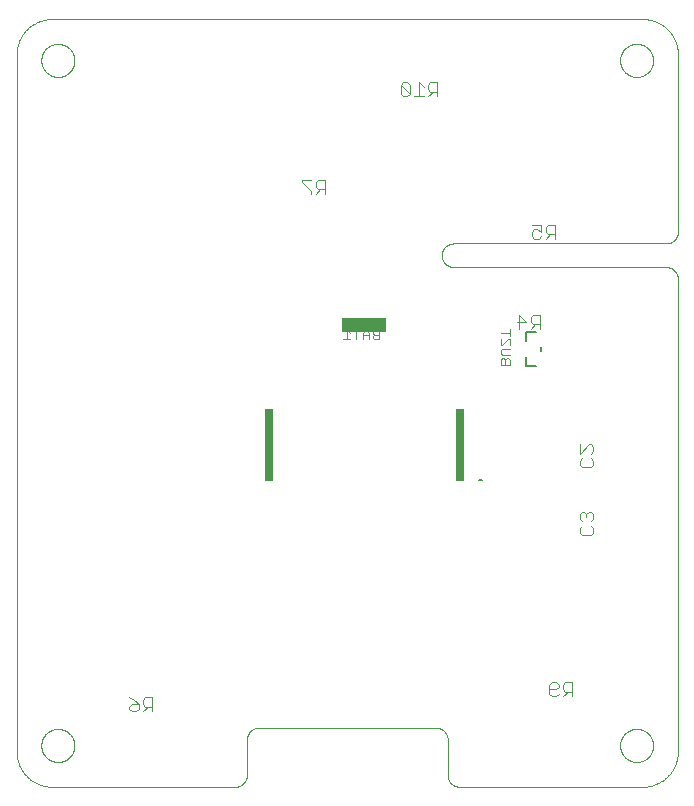
<source format=gbo>
G75*
%MOIN*%
%OFA0B0*%
%FSLAX25Y25*%
%IPPOS*%
%LPD*%
%AMOC8*
5,1,8,0,0,1.08239X$1,22.5*
%
%ADD10C,0.00000*%
%ADD11R,0.03150X0.24000*%
%ADD12R,0.15000X0.05000*%
%ADD13C,0.00500*%
%ADD14C,0.00400*%
D10*
X0037312Y0035098D02*
X0098336Y0035098D01*
X0098460Y0035100D01*
X0098583Y0035106D01*
X0098707Y0035115D01*
X0098829Y0035129D01*
X0098952Y0035146D01*
X0099074Y0035168D01*
X0099195Y0035193D01*
X0099315Y0035222D01*
X0099434Y0035254D01*
X0099553Y0035291D01*
X0099670Y0035331D01*
X0099785Y0035374D01*
X0099900Y0035422D01*
X0100012Y0035473D01*
X0100123Y0035527D01*
X0100233Y0035585D01*
X0100340Y0035646D01*
X0100446Y0035711D01*
X0100549Y0035779D01*
X0100650Y0035850D01*
X0100749Y0035924D01*
X0100846Y0036001D01*
X0100940Y0036082D01*
X0101031Y0036165D01*
X0101120Y0036251D01*
X0101206Y0036340D01*
X0101289Y0036431D01*
X0101370Y0036525D01*
X0101447Y0036622D01*
X0101521Y0036721D01*
X0101592Y0036822D01*
X0101660Y0036925D01*
X0101725Y0037031D01*
X0101786Y0037138D01*
X0101844Y0037248D01*
X0101898Y0037359D01*
X0101949Y0037471D01*
X0101997Y0037586D01*
X0102040Y0037701D01*
X0102080Y0037818D01*
X0102117Y0037937D01*
X0102149Y0038056D01*
X0102178Y0038176D01*
X0102203Y0038297D01*
X0102225Y0038419D01*
X0102242Y0038542D01*
X0102256Y0038664D01*
X0102265Y0038788D01*
X0102271Y0038911D01*
X0102273Y0039035D01*
X0102273Y0050846D01*
X0102275Y0050970D01*
X0102281Y0051093D01*
X0102290Y0051217D01*
X0102304Y0051339D01*
X0102321Y0051462D01*
X0102343Y0051584D01*
X0102368Y0051705D01*
X0102397Y0051825D01*
X0102429Y0051944D01*
X0102466Y0052063D01*
X0102506Y0052180D01*
X0102549Y0052295D01*
X0102597Y0052410D01*
X0102648Y0052522D01*
X0102702Y0052633D01*
X0102760Y0052743D01*
X0102821Y0052850D01*
X0102886Y0052956D01*
X0102954Y0053059D01*
X0103025Y0053160D01*
X0103099Y0053259D01*
X0103176Y0053356D01*
X0103257Y0053450D01*
X0103340Y0053541D01*
X0103426Y0053630D01*
X0103515Y0053716D01*
X0103606Y0053799D01*
X0103700Y0053880D01*
X0103797Y0053957D01*
X0103896Y0054031D01*
X0103997Y0054102D01*
X0104100Y0054170D01*
X0104206Y0054235D01*
X0104313Y0054296D01*
X0104423Y0054354D01*
X0104534Y0054408D01*
X0104646Y0054459D01*
X0104761Y0054507D01*
X0104876Y0054550D01*
X0104993Y0054590D01*
X0105112Y0054627D01*
X0105231Y0054659D01*
X0105351Y0054688D01*
X0105472Y0054713D01*
X0105594Y0054735D01*
X0105717Y0054752D01*
X0105839Y0054766D01*
X0105963Y0054775D01*
X0106086Y0054781D01*
X0106210Y0054783D01*
X0165265Y0054783D01*
X0165389Y0054781D01*
X0165512Y0054775D01*
X0165636Y0054766D01*
X0165758Y0054752D01*
X0165881Y0054735D01*
X0166003Y0054713D01*
X0166124Y0054688D01*
X0166244Y0054659D01*
X0166363Y0054627D01*
X0166482Y0054590D01*
X0166599Y0054550D01*
X0166714Y0054507D01*
X0166829Y0054459D01*
X0166941Y0054408D01*
X0167052Y0054354D01*
X0167162Y0054296D01*
X0167269Y0054235D01*
X0167375Y0054170D01*
X0167478Y0054102D01*
X0167579Y0054031D01*
X0167678Y0053957D01*
X0167775Y0053880D01*
X0167869Y0053799D01*
X0167960Y0053716D01*
X0168049Y0053630D01*
X0168135Y0053541D01*
X0168218Y0053450D01*
X0168299Y0053356D01*
X0168376Y0053259D01*
X0168450Y0053160D01*
X0168521Y0053059D01*
X0168589Y0052956D01*
X0168654Y0052850D01*
X0168715Y0052743D01*
X0168773Y0052633D01*
X0168827Y0052522D01*
X0168878Y0052410D01*
X0168926Y0052295D01*
X0168969Y0052180D01*
X0169009Y0052063D01*
X0169046Y0051944D01*
X0169078Y0051825D01*
X0169107Y0051705D01*
X0169132Y0051584D01*
X0169154Y0051462D01*
X0169171Y0051339D01*
X0169185Y0051217D01*
X0169194Y0051093D01*
X0169200Y0050970D01*
X0169202Y0050846D01*
X0169202Y0039035D01*
X0169204Y0038911D01*
X0169210Y0038788D01*
X0169219Y0038664D01*
X0169233Y0038542D01*
X0169250Y0038419D01*
X0169272Y0038297D01*
X0169297Y0038176D01*
X0169326Y0038056D01*
X0169358Y0037937D01*
X0169395Y0037818D01*
X0169435Y0037701D01*
X0169478Y0037586D01*
X0169526Y0037471D01*
X0169577Y0037359D01*
X0169631Y0037248D01*
X0169689Y0037138D01*
X0169750Y0037031D01*
X0169815Y0036925D01*
X0169883Y0036822D01*
X0169954Y0036721D01*
X0170028Y0036622D01*
X0170105Y0036525D01*
X0170186Y0036431D01*
X0170269Y0036340D01*
X0170355Y0036251D01*
X0170444Y0036165D01*
X0170535Y0036082D01*
X0170629Y0036001D01*
X0170726Y0035924D01*
X0170825Y0035850D01*
X0170926Y0035779D01*
X0171029Y0035711D01*
X0171135Y0035646D01*
X0171242Y0035585D01*
X0171352Y0035527D01*
X0171463Y0035473D01*
X0171575Y0035422D01*
X0171690Y0035374D01*
X0171805Y0035331D01*
X0171922Y0035291D01*
X0172041Y0035254D01*
X0172160Y0035222D01*
X0172280Y0035193D01*
X0172401Y0035168D01*
X0172523Y0035146D01*
X0172646Y0035129D01*
X0172768Y0035115D01*
X0172892Y0035106D01*
X0173015Y0035100D01*
X0173139Y0035098D01*
X0234162Y0035098D01*
X0234447Y0035101D01*
X0234733Y0035112D01*
X0235018Y0035129D01*
X0235302Y0035153D01*
X0235586Y0035184D01*
X0235869Y0035222D01*
X0236150Y0035267D01*
X0236431Y0035318D01*
X0236711Y0035376D01*
X0236989Y0035441D01*
X0237265Y0035513D01*
X0237539Y0035591D01*
X0237812Y0035676D01*
X0238082Y0035768D01*
X0238350Y0035866D01*
X0238616Y0035970D01*
X0238879Y0036081D01*
X0239139Y0036198D01*
X0239397Y0036321D01*
X0239651Y0036451D01*
X0239902Y0036587D01*
X0240150Y0036728D01*
X0240394Y0036876D01*
X0240635Y0037029D01*
X0240871Y0037189D01*
X0241104Y0037354D01*
X0241333Y0037524D01*
X0241558Y0037700D01*
X0241778Y0037882D01*
X0241994Y0038068D01*
X0242205Y0038260D01*
X0242412Y0038457D01*
X0242614Y0038659D01*
X0242811Y0038866D01*
X0243003Y0039077D01*
X0243189Y0039293D01*
X0243371Y0039513D01*
X0243547Y0039738D01*
X0243717Y0039967D01*
X0243882Y0040200D01*
X0244042Y0040436D01*
X0244195Y0040677D01*
X0244343Y0040921D01*
X0244484Y0041169D01*
X0244620Y0041420D01*
X0244750Y0041674D01*
X0244873Y0041932D01*
X0244990Y0042192D01*
X0245101Y0042455D01*
X0245205Y0042721D01*
X0245303Y0042989D01*
X0245395Y0043259D01*
X0245480Y0043532D01*
X0245558Y0043806D01*
X0245630Y0044082D01*
X0245695Y0044360D01*
X0245753Y0044640D01*
X0245804Y0044921D01*
X0245849Y0045202D01*
X0245887Y0045485D01*
X0245918Y0045769D01*
X0245942Y0046053D01*
X0245959Y0046338D01*
X0245970Y0046624D01*
X0245973Y0046909D01*
X0245973Y0204390D01*
X0245971Y0204514D01*
X0245965Y0204637D01*
X0245956Y0204761D01*
X0245942Y0204883D01*
X0245925Y0205006D01*
X0245903Y0205128D01*
X0245878Y0205249D01*
X0245849Y0205369D01*
X0245817Y0205488D01*
X0245780Y0205607D01*
X0245740Y0205724D01*
X0245697Y0205839D01*
X0245649Y0205954D01*
X0245598Y0206066D01*
X0245544Y0206177D01*
X0245486Y0206287D01*
X0245425Y0206394D01*
X0245360Y0206500D01*
X0245292Y0206603D01*
X0245221Y0206704D01*
X0245147Y0206803D01*
X0245070Y0206900D01*
X0244989Y0206994D01*
X0244906Y0207085D01*
X0244820Y0207174D01*
X0244731Y0207260D01*
X0244640Y0207343D01*
X0244546Y0207424D01*
X0244449Y0207501D01*
X0244350Y0207575D01*
X0244249Y0207646D01*
X0244146Y0207714D01*
X0244040Y0207779D01*
X0243933Y0207840D01*
X0243823Y0207898D01*
X0243712Y0207952D01*
X0243600Y0208003D01*
X0243485Y0208051D01*
X0243370Y0208094D01*
X0243253Y0208134D01*
X0243134Y0208171D01*
X0243015Y0208203D01*
X0242895Y0208232D01*
X0242774Y0208257D01*
X0242652Y0208279D01*
X0242529Y0208296D01*
X0242407Y0208310D01*
X0242283Y0208319D01*
X0242160Y0208325D01*
X0242036Y0208327D01*
X0171170Y0208327D01*
X0171046Y0208329D01*
X0170923Y0208335D01*
X0170799Y0208344D01*
X0170677Y0208358D01*
X0170554Y0208375D01*
X0170432Y0208397D01*
X0170311Y0208422D01*
X0170191Y0208451D01*
X0170072Y0208483D01*
X0169953Y0208520D01*
X0169836Y0208560D01*
X0169721Y0208603D01*
X0169606Y0208651D01*
X0169494Y0208702D01*
X0169383Y0208756D01*
X0169273Y0208814D01*
X0169166Y0208875D01*
X0169060Y0208940D01*
X0168957Y0209008D01*
X0168856Y0209079D01*
X0168757Y0209153D01*
X0168660Y0209230D01*
X0168566Y0209311D01*
X0168475Y0209394D01*
X0168386Y0209480D01*
X0168300Y0209569D01*
X0168217Y0209660D01*
X0168136Y0209754D01*
X0168059Y0209851D01*
X0167985Y0209950D01*
X0167914Y0210051D01*
X0167846Y0210154D01*
X0167781Y0210260D01*
X0167720Y0210367D01*
X0167662Y0210477D01*
X0167608Y0210588D01*
X0167557Y0210700D01*
X0167509Y0210815D01*
X0167466Y0210930D01*
X0167426Y0211047D01*
X0167389Y0211166D01*
X0167357Y0211285D01*
X0167328Y0211405D01*
X0167303Y0211526D01*
X0167281Y0211648D01*
X0167264Y0211771D01*
X0167250Y0211893D01*
X0167241Y0212017D01*
X0167235Y0212140D01*
X0167233Y0212264D01*
X0167235Y0212388D01*
X0167241Y0212511D01*
X0167250Y0212635D01*
X0167264Y0212757D01*
X0167281Y0212880D01*
X0167303Y0213002D01*
X0167328Y0213123D01*
X0167357Y0213243D01*
X0167389Y0213362D01*
X0167426Y0213481D01*
X0167466Y0213598D01*
X0167509Y0213713D01*
X0167557Y0213828D01*
X0167608Y0213940D01*
X0167662Y0214051D01*
X0167720Y0214161D01*
X0167781Y0214268D01*
X0167846Y0214374D01*
X0167914Y0214477D01*
X0167985Y0214578D01*
X0168059Y0214677D01*
X0168136Y0214774D01*
X0168217Y0214868D01*
X0168300Y0214959D01*
X0168386Y0215048D01*
X0168475Y0215134D01*
X0168566Y0215217D01*
X0168660Y0215298D01*
X0168757Y0215375D01*
X0168856Y0215449D01*
X0168957Y0215520D01*
X0169060Y0215588D01*
X0169166Y0215653D01*
X0169273Y0215714D01*
X0169383Y0215772D01*
X0169494Y0215826D01*
X0169606Y0215877D01*
X0169721Y0215925D01*
X0169836Y0215968D01*
X0169953Y0216008D01*
X0170072Y0216045D01*
X0170191Y0216077D01*
X0170311Y0216106D01*
X0170432Y0216131D01*
X0170554Y0216153D01*
X0170677Y0216170D01*
X0170799Y0216184D01*
X0170923Y0216193D01*
X0171046Y0216199D01*
X0171170Y0216201D01*
X0242036Y0216201D01*
X0242160Y0216203D01*
X0242283Y0216209D01*
X0242407Y0216218D01*
X0242529Y0216232D01*
X0242652Y0216249D01*
X0242774Y0216271D01*
X0242895Y0216296D01*
X0243015Y0216325D01*
X0243134Y0216357D01*
X0243253Y0216394D01*
X0243370Y0216434D01*
X0243485Y0216477D01*
X0243600Y0216525D01*
X0243712Y0216576D01*
X0243823Y0216630D01*
X0243933Y0216688D01*
X0244040Y0216749D01*
X0244146Y0216814D01*
X0244249Y0216882D01*
X0244350Y0216953D01*
X0244449Y0217027D01*
X0244546Y0217104D01*
X0244640Y0217185D01*
X0244731Y0217268D01*
X0244820Y0217354D01*
X0244906Y0217443D01*
X0244989Y0217534D01*
X0245070Y0217628D01*
X0245147Y0217725D01*
X0245221Y0217824D01*
X0245292Y0217925D01*
X0245360Y0218028D01*
X0245425Y0218134D01*
X0245486Y0218241D01*
X0245544Y0218351D01*
X0245598Y0218462D01*
X0245649Y0218574D01*
X0245697Y0218689D01*
X0245740Y0218804D01*
X0245780Y0218921D01*
X0245817Y0219040D01*
X0245849Y0219159D01*
X0245878Y0219279D01*
X0245903Y0219400D01*
X0245925Y0219522D01*
X0245942Y0219645D01*
X0245956Y0219767D01*
X0245965Y0219891D01*
X0245971Y0220014D01*
X0245973Y0220138D01*
X0245973Y0279193D01*
X0245970Y0279478D01*
X0245959Y0279764D01*
X0245942Y0280049D01*
X0245918Y0280333D01*
X0245887Y0280617D01*
X0245849Y0280900D01*
X0245804Y0281181D01*
X0245753Y0281462D01*
X0245695Y0281742D01*
X0245630Y0282020D01*
X0245558Y0282296D01*
X0245480Y0282570D01*
X0245395Y0282843D01*
X0245303Y0283113D01*
X0245205Y0283381D01*
X0245101Y0283647D01*
X0244990Y0283910D01*
X0244873Y0284170D01*
X0244750Y0284428D01*
X0244620Y0284682D01*
X0244484Y0284933D01*
X0244343Y0285181D01*
X0244195Y0285425D01*
X0244042Y0285666D01*
X0243882Y0285902D01*
X0243717Y0286135D01*
X0243547Y0286364D01*
X0243371Y0286589D01*
X0243189Y0286809D01*
X0243003Y0287025D01*
X0242811Y0287236D01*
X0242614Y0287443D01*
X0242412Y0287645D01*
X0242205Y0287842D01*
X0241994Y0288034D01*
X0241778Y0288220D01*
X0241558Y0288402D01*
X0241333Y0288578D01*
X0241104Y0288748D01*
X0240871Y0288913D01*
X0240635Y0289073D01*
X0240394Y0289226D01*
X0240150Y0289374D01*
X0239902Y0289515D01*
X0239651Y0289651D01*
X0239397Y0289781D01*
X0239139Y0289904D01*
X0238879Y0290021D01*
X0238616Y0290132D01*
X0238350Y0290236D01*
X0238082Y0290334D01*
X0237812Y0290426D01*
X0237539Y0290511D01*
X0237265Y0290589D01*
X0236989Y0290661D01*
X0236711Y0290726D01*
X0236431Y0290784D01*
X0236150Y0290835D01*
X0235869Y0290880D01*
X0235586Y0290918D01*
X0235302Y0290949D01*
X0235018Y0290973D01*
X0234733Y0290990D01*
X0234447Y0291001D01*
X0234162Y0291004D01*
X0037312Y0291004D01*
X0037027Y0291001D01*
X0036741Y0290990D01*
X0036456Y0290973D01*
X0036172Y0290949D01*
X0035888Y0290918D01*
X0035605Y0290880D01*
X0035324Y0290835D01*
X0035043Y0290784D01*
X0034763Y0290726D01*
X0034485Y0290661D01*
X0034209Y0290589D01*
X0033935Y0290511D01*
X0033662Y0290426D01*
X0033392Y0290334D01*
X0033124Y0290236D01*
X0032858Y0290132D01*
X0032595Y0290021D01*
X0032335Y0289904D01*
X0032077Y0289781D01*
X0031823Y0289651D01*
X0031572Y0289515D01*
X0031324Y0289374D01*
X0031080Y0289226D01*
X0030839Y0289073D01*
X0030603Y0288913D01*
X0030370Y0288748D01*
X0030141Y0288578D01*
X0029916Y0288402D01*
X0029696Y0288220D01*
X0029480Y0288034D01*
X0029269Y0287842D01*
X0029062Y0287645D01*
X0028860Y0287443D01*
X0028663Y0287236D01*
X0028471Y0287025D01*
X0028285Y0286809D01*
X0028103Y0286589D01*
X0027927Y0286364D01*
X0027757Y0286135D01*
X0027592Y0285902D01*
X0027432Y0285666D01*
X0027279Y0285425D01*
X0027131Y0285181D01*
X0026990Y0284933D01*
X0026854Y0284682D01*
X0026724Y0284428D01*
X0026601Y0284170D01*
X0026484Y0283910D01*
X0026373Y0283647D01*
X0026269Y0283381D01*
X0026171Y0283113D01*
X0026079Y0282843D01*
X0025994Y0282570D01*
X0025916Y0282296D01*
X0025844Y0282020D01*
X0025779Y0281742D01*
X0025721Y0281462D01*
X0025670Y0281181D01*
X0025625Y0280900D01*
X0025587Y0280617D01*
X0025556Y0280333D01*
X0025532Y0280049D01*
X0025515Y0279764D01*
X0025504Y0279478D01*
X0025501Y0279193D01*
X0025501Y0046909D01*
X0025504Y0046624D01*
X0025515Y0046338D01*
X0025532Y0046053D01*
X0025556Y0045769D01*
X0025587Y0045485D01*
X0025625Y0045202D01*
X0025670Y0044921D01*
X0025721Y0044640D01*
X0025779Y0044360D01*
X0025844Y0044082D01*
X0025916Y0043806D01*
X0025994Y0043532D01*
X0026079Y0043259D01*
X0026171Y0042989D01*
X0026269Y0042721D01*
X0026373Y0042455D01*
X0026484Y0042192D01*
X0026601Y0041932D01*
X0026724Y0041674D01*
X0026854Y0041420D01*
X0026990Y0041169D01*
X0027131Y0040921D01*
X0027279Y0040677D01*
X0027432Y0040436D01*
X0027592Y0040200D01*
X0027757Y0039967D01*
X0027927Y0039738D01*
X0028103Y0039513D01*
X0028285Y0039293D01*
X0028471Y0039077D01*
X0028663Y0038866D01*
X0028860Y0038659D01*
X0029062Y0038457D01*
X0029269Y0038260D01*
X0029480Y0038068D01*
X0029696Y0037882D01*
X0029916Y0037700D01*
X0030141Y0037524D01*
X0030370Y0037354D01*
X0030603Y0037189D01*
X0030839Y0037029D01*
X0031080Y0036876D01*
X0031324Y0036728D01*
X0031572Y0036587D01*
X0031823Y0036451D01*
X0032077Y0036321D01*
X0032335Y0036198D01*
X0032595Y0036081D01*
X0032858Y0035970D01*
X0033124Y0035866D01*
X0033392Y0035768D01*
X0033662Y0035676D01*
X0033935Y0035591D01*
X0034209Y0035513D01*
X0034485Y0035441D01*
X0034763Y0035376D01*
X0035043Y0035318D01*
X0035324Y0035267D01*
X0035605Y0035222D01*
X0035888Y0035184D01*
X0036172Y0035153D01*
X0036456Y0035129D01*
X0036741Y0035112D01*
X0037027Y0035101D01*
X0037312Y0035098D01*
X0033765Y0048883D02*
X0033767Y0049031D01*
X0033773Y0049179D01*
X0033783Y0049327D01*
X0033797Y0049474D01*
X0033815Y0049621D01*
X0033836Y0049767D01*
X0033862Y0049913D01*
X0033892Y0050058D01*
X0033925Y0050202D01*
X0033963Y0050345D01*
X0034004Y0050487D01*
X0034049Y0050628D01*
X0034097Y0050768D01*
X0034150Y0050907D01*
X0034206Y0051044D01*
X0034266Y0051179D01*
X0034329Y0051313D01*
X0034396Y0051445D01*
X0034467Y0051575D01*
X0034541Y0051703D01*
X0034618Y0051829D01*
X0034699Y0051953D01*
X0034783Y0052075D01*
X0034870Y0052194D01*
X0034961Y0052311D01*
X0035055Y0052426D01*
X0035151Y0052538D01*
X0035251Y0052648D01*
X0035353Y0052754D01*
X0035459Y0052858D01*
X0035567Y0052959D01*
X0035678Y0053057D01*
X0035791Y0053153D01*
X0035907Y0053245D01*
X0036025Y0053334D01*
X0036146Y0053419D01*
X0036269Y0053502D01*
X0036394Y0053581D01*
X0036521Y0053657D01*
X0036650Y0053729D01*
X0036781Y0053798D01*
X0036914Y0053863D01*
X0037049Y0053924D01*
X0037185Y0053982D01*
X0037322Y0054037D01*
X0037461Y0054087D01*
X0037602Y0054134D01*
X0037743Y0054177D01*
X0037886Y0054217D01*
X0038030Y0054252D01*
X0038174Y0054284D01*
X0038320Y0054311D01*
X0038466Y0054335D01*
X0038613Y0054355D01*
X0038760Y0054371D01*
X0038907Y0054383D01*
X0039055Y0054391D01*
X0039203Y0054395D01*
X0039351Y0054395D01*
X0039499Y0054391D01*
X0039647Y0054383D01*
X0039794Y0054371D01*
X0039941Y0054355D01*
X0040088Y0054335D01*
X0040234Y0054311D01*
X0040380Y0054284D01*
X0040524Y0054252D01*
X0040668Y0054217D01*
X0040811Y0054177D01*
X0040952Y0054134D01*
X0041093Y0054087D01*
X0041232Y0054037D01*
X0041369Y0053982D01*
X0041505Y0053924D01*
X0041640Y0053863D01*
X0041773Y0053798D01*
X0041904Y0053729D01*
X0042033Y0053657D01*
X0042160Y0053581D01*
X0042285Y0053502D01*
X0042408Y0053419D01*
X0042529Y0053334D01*
X0042647Y0053245D01*
X0042763Y0053153D01*
X0042876Y0053057D01*
X0042987Y0052959D01*
X0043095Y0052858D01*
X0043201Y0052754D01*
X0043303Y0052648D01*
X0043403Y0052538D01*
X0043499Y0052426D01*
X0043593Y0052311D01*
X0043684Y0052194D01*
X0043771Y0052075D01*
X0043855Y0051953D01*
X0043936Y0051829D01*
X0044013Y0051703D01*
X0044087Y0051575D01*
X0044158Y0051445D01*
X0044225Y0051313D01*
X0044288Y0051179D01*
X0044348Y0051044D01*
X0044404Y0050907D01*
X0044457Y0050768D01*
X0044505Y0050628D01*
X0044550Y0050487D01*
X0044591Y0050345D01*
X0044629Y0050202D01*
X0044662Y0050058D01*
X0044692Y0049913D01*
X0044718Y0049767D01*
X0044739Y0049621D01*
X0044757Y0049474D01*
X0044771Y0049327D01*
X0044781Y0049179D01*
X0044787Y0049031D01*
X0044789Y0048883D01*
X0044787Y0048735D01*
X0044781Y0048587D01*
X0044771Y0048439D01*
X0044757Y0048292D01*
X0044739Y0048145D01*
X0044718Y0047999D01*
X0044692Y0047853D01*
X0044662Y0047708D01*
X0044629Y0047564D01*
X0044591Y0047421D01*
X0044550Y0047279D01*
X0044505Y0047138D01*
X0044457Y0046998D01*
X0044404Y0046859D01*
X0044348Y0046722D01*
X0044288Y0046587D01*
X0044225Y0046453D01*
X0044158Y0046321D01*
X0044087Y0046191D01*
X0044013Y0046063D01*
X0043936Y0045937D01*
X0043855Y0045813D01*
X0043771Y0045691D01*
X0043684Y0045572D01*
X0043593Y0045455D01*
X0043499Y0045340D01*
X0043403Y0045228D01*
X0043303Y0045118D01*
X0043201Y0045012D01*
X0043095Y0044908D01*
X0042987Y0044807D01*
X0042876Y0044709D01*
X0042763Y0044613D01*
X0042647Y0044521D01*
X0042529Y0044432D01*
X0042408Y0044347D01*
X0042285Y0044264D01*
X0042160Y0044185D01*
X0042033Y0044109D01*
X0041904Y0044037D01*
X0041773Y0043968D01*
X0041640Y0043903D01*
X0041505Y0043842D01*
X0041369Y0043784D01*
X0041232Y0043729D01*
X0041093Y0043679D01*
X0040952Y0043632D01*
X0040811Y0043589D01*
X0040668Y0043549D01*
X0040524Y0043514D01*
X0040380Y0043482D01*
X0040234Y0043455D01*
X0040088Y0043431D01*
X0039941Y0043411D01*
X0039794Y0043395D01*
X0039647Y0043383D01*
X0039499Y0043375D01*
X0039351Y0043371D01*
X0039203Y0043371D01*
X0039055Y0043375D01*
X0038907Y0043383D01*
X0038760Y0043395D01*
X0038613Y0043411D01*
X0038466Y0043431D01*
X0038320Y0043455D01*
X0038174Y0043482D01*
X0038030Y0043514D01*
X0037886Y0043549D01*
X0037743Y0043589D01*
X0037602Y0043632D01*
X0037461Y0043679D01*
X0037322Y0043729D01*
X0037185Y0043784D01*
X0037049Y0043842D01*
X0036914Y0043903D01*
X0036781Y0043968D01*
X0036650Y0044037D01*
X0036521Y0044109D01*
X0036394Y0044185D01*
X0036269Y0044264D01*
X0036146Y0044347D01*
X0036025Y0044432D01*
X0035907Y0044521D01*
X0035791Y0044613D01*
X0035678Y0044709D01*
X0035567Y0044807D01*
X0035459Y0044908D01*
X0035353Y0045012D01*
X0035251Y0045118D01*
X0035151Y0045228D01*
X0035055Y0045340D01*
X0034961Y0045455D01*
X0034870Y0045572D01*
X0034783Y0045691D01*
X0034699Y0045813D01*
X0034618Y0045937D01*
X0034541Y0046063D01*
X0034467Y0046191D01*
X0034396Y0046321D01*
X0034329Y0046453D01*
X0034266Y0046587D01*
X0034206Y0046722D01*
X0034150Y0046859D01*
X0034097Y0046998D01*
X0034049Y0047138D01*
X0034004Y0047279D01*
X0033963Y0047421D01*
X0033925Y0047564D01*
X0033892Y0047708D01*
X0033862Y0047853D01*
X0033836Y0047999D01*
X0033815Y0048145D01*
X0033797Y0048292D01*
X0033783Y0048439D01*
X0033773Y0048587D01*
X0033767Y0048735D01*
X0033765Y0048883D01*
X0226679Y0048883D02*
X0226681Y0049031D01*
X0226687Y0049179D01*
X0226697Y0049327D01*
X0226711Y0049474D01*
X0226729Y0049621D01*
X0226750Y0049767D01*
X0226776Y0049913D01*
X0226806Y0050058D01*
X0226839Y0050202D01*
X0226877Y0050345D01*
X0226918Y0050487D01*
X0226963Y0050628D01*
X0227011Y0050768D01*
X0227064Y0050907D01*
X0227120Y0051044D01*
X0227180Y0051179D01*
X0227243Y0051313D01*
X0227310Y0051445D01*
X0227381Y0051575D01*
X0227455Y0051703D01*
X0227532Y0051829D01*
X0227613Y0051953D01*
X0227697Y0052075D01*
X0227784Y0052194D01*
X0227875Y0052311D01*
X0227969Y0052426D01*
X0228065Y0052538D01*
X0228165Y0052648D01*
X0228267Y0052754D01*
X0228373Y0052858D01*
X0228481Y0052959D01*
X0228592Y0053057D01*
X0228705Y0053153D01*
X0228821Y0053245D01*
X0228939Y0053334D01*
X0229060Y0053419D01*
X0229183Y0053502D01*
X0229308Y0053581D01*
X0229435Y0053657D01*
X0229564Y0053729D01*
X0229695Y0053798D01*
X0229828Y0053863D01*
X0229963Y0053924D01*
X0230099Y0053982D01*
X0230236Y0054037D01*
X0230375Y0054087D01*
X0230516Y0054134D01*
X0230657Y0054177D01*
X0230800Y0054217D01*
X0230944Y0054252D01*
X0231088Y0054284D01*
X0231234Y0054311D01*
X0231380Y0054335D01*
X0231527Y0054355D01*
X0231674Y0054371D01*
X0231821Y0054383D01*
X0231969Y0054391D01*
X0232117Y0054395D01*
X0232265Y0054395D01*
X0232413Y0054391D01*
X0232561Y0054383D01*
X0232708Y0054371D01*
X0232855Y0054355D01*
X0233002Y0054335D01*
X0233148Y0054311D01*
X0233294Y0054284D01*
X0233438Y0054252D01*
X0233582Y0054217D01*
X0233725Y0054177D01*
X0233866Y0054134D01*
X0234007Y0054087D01*
X0234146Y0054037D01*
X0234283Y0053982D01*
X0234419Y0053924D01*
X0234554Y0053863D01*
X0234687Y0053798D01*
X0234818Y0053729D01*
X0234947Y0053657D01*
X0235074Y0053581D01*
X0235199Y0053502D01*
X0235322Y0053419D01*
X0235443Y0053334D01*
X0235561Y0053245D01*
X0235677Y0053153D01*
X0235790Y0053057D01*
X0235901Y0052959D01*
X0236009Y0052858D01*
X0236115Y0052754D01*
X0236217Y0052648D01*
X0236317Y0052538D01*
X0236413Y0052426D01*
X0236507Y0052311D01*
X0236598Y0052194D01*
X0236685Y0052075D01*
X0236769Y0051953D01*
X0236850Y0051829D01*
X0236927Y0051703D01*
X0237001Y0051575D01*
X0237072Y0051445D01*
X0237139Y0051313D01*
X0237202Y0051179D01*
X0237262Y0051044D01*
X0237318Y0050907D01*
X0237371Y0050768D01*
X0237419Y0050628D01*
X0237464Y0050487D01*
X0237505Y0050345D01*
X0237543Y0050202D01*
X0237576Y0050058D01*
X0237606Y0049913D01*
X0237632Y0049767D01*
X0237653Y0049621D01*
X0237671Y0049474D01*
X0237685Y0049327D01*
X0237695Y0049179D01*
X0237701Y0049031D01*
X0237703Y0048883D01*
X0237701Y0048735D01*
X0237695Y0048587D01*
X0237685Y0048439D01*
X0237671Y0048292D01*
X0237653Y0048145D01*
X0237632Y0047999D01*
X0237606Y0047853D01*
X0237576Y0047708D01*
X0237543Y0047564D01*
X0237505Y0047421D01*
X0237464Y0047279D01*
X0237419Y0047138D01*
X0237371Y0046998D01*
X0237318Y0046859D01*
X0237262Y0046722D01*
X0237202Y0046587D01*
X0237139Y0046453D01*
X0237072Y0046321D01*
X0237001Y0046191D01*
X0236927Y0046063D01*
X0236850Y0045937D01*
X0236769Y0045813D01*
X0236685Y0045691D01*
X0236598Y0045572D01*
X0236507Y0045455D01*
X0236413Y0045340D01*
X0236317Y0045228D01*
X0236217Y0045118D01*
X0236115Y0045012D01*
X0236009Y0044908D01*
X0235901Y0044807D01*
X0235790Y0044709D01*
X0235677Y0044613D01*
X0235561Y0044521D01*
X0235443Y0044432D01*
X0235322Y0044347D01*
X0235199Y0044264D01*
X0235074Y0044185D01*
X0234947Y0044109D01*
X0234818Y0044037D01*
X0234687Y0043968D01*
X0234554Y0043903D01*
X0234419Y0043842D01*
X0234283Y0043784D01*
X0234146Y0043729D01*
X0234007Y0043679D01*
X0233866Y0043632D01*
X0233725Y0043589D01*
X0233582Y0043549D01*
X0233438Y0043514D01*
X0233294Y0043482D01*
X0233148Y0043455D01*
X0233002Y0043431D01*
X0232855Y0043411D01*
X0232708Y0043395D01*
X0232561Y0043383D01*
X0232413Y0043375D01*
X0232265Y0043371D01*
X0232117Y0043371D01*
X0231969Y0043375D01*
X0231821Y0043383D01*
X0231674Y0043395D01*
X0231527Y0043411D01*
X0231380Y0043431D01*
X0231234Y0043455D01*
X0231088Y0043482D01*
X0230944Y0043514D01*
X0230800Y0043549D01*
X0230657Y0043589D01*
X0230516Y0043632D01*
X0230375Y0043679D01*
X0230236Y0043729D01*
X0230099Y0043784D01*
X0229963Y0043842D01*
X0229828Y0043903D01*
X0229695Y0043968D01*
X0229564Y0044037D01*
X0229435Y0044109D01*
X0229308Y0044185D01*
X0229183Y0044264D01*
X0229060Y0044347D01*
X0228939Y0044432D01*
X0228821Y0044521D01*
X0228705Y0044613D01*
X0228592Y0044709D01*
X0228481Y0044807D01*
X0228373Y0044908D01*
X0228267Y0045012D01*
X0228165Y0045118D01*
X0228065Y0045228D01*
X0227969Y0045340D01*
X0227875Y0045455D01*
X0227784Y0045572D01*
X0227697Y0045691D01*
X0227613Y0045813D01*
X0227532Y0045937D01*
X0227455Y0046063D01*
X0227381Y0046191D01*
X0227310Y0046321D01*
X0227243Y0046453D01*
X0227180Y0046587D01*
X0227120Y0046722D01*
X0227064Y0046859D01*
X0227011Y0046998D01*
X0226963Y0047138D01*
X0226918Y0047279D01*
X0226877Y0047421D01*
X0226839Y0047564D01*
X0226806Y0047708D01*
X0226776Y0047853D01*
X0226750Y0047999D01*
X0226729Y0048145D01*
X0226711Y0048292D01*
X0226697Y0048439D01*
X0226687Y0048587D01*
X0226681Y0048735D01*
X0226679Y0048883D01*
X0226679Y0277230D02*
X0226681Y0277378D01*
X0226687Y0277526D01*
X0226697Y0277674D01*
X0226711Y0277821D01*
X0226729Y0277968D01*
X0226750Y0278114D01*
X0226776Y0278260D01*
X0226806Y0278405D01*
X0226839Y0278549D01*
X0226877Y0278692D01*
X0226918Y0278834D01*
X0226963Y0278975D01*
X0227011Y0279115D01*
X0227064Y0279254D01*
X0227120Y0279391D01*
X0227180Y0279526D01*
X0227243Y0279660D01*
X0227310Y0279792D01*
X0227381Y0279922D01*
X0227455Y0280050D01*
X0227532Y0280176D01*
X0227613Y0280300D01*
X0227697Y0280422D01*
X0227784Y0280541D01*
X0227875Y0280658D01*
X0227969Y0280773D01*
X0228065Y0280885D01*
X0228165Y0280995D01*
X0228267Y0281101D01*
X0228373Y0281205D01*
X0228481Y0281306D01*
X0228592Y0281404D01*
X0228705Y0281500D01*
X0228821Y0281592D01*
X0228939Y0281681D01*
X0229060Y0281766D01*
X0229183Y0281849D01*
X0229308Y0281928D01*
X0229435Y0282004D01*
X0229564Y0282076D01*
X0229695Y0282145D01*
X0229828Y0282210D01*
X0229963Y0282271D01*
X0230099Y0282329D01*
X0230236Y0282384D01*
X0230375Y0282434D01*
X0230516Y0282481D01*
X0230657Y0282524D01*
X0230800Y0282564D01*
X0230944Y0282599D01*
X0231088Y0282631D01*
X0231234Y0282658D01*
X0231380Y0282682D01*
X0231527Y0282702D01*
X0231674Y0282718D01*
X0231821Y0282730D01*
X0231969Y0282738D01*
X0232117Y0282742D01*
X0232265Y0282742D01*
X0232413Y0282738D01*
X0232561Y0282730D01*
X0232708Y0282718D01*
X0232855Y0282702D01*
X0233002Y0282682D01*
X0233148Y0282658D01*
X0233294Y0282631D01*
X0233438Y0282599D01*
X0233582Y0282564D01*
X0233725Y0282524D01*
X0233866Y0282481D01*
X0234007Y0282434D01*
X0234146Y0282384D01*
X0234283Y0282329D01*
X0234419Y0282271D01*
X0234554Y0282210D01*
X0234687Y0282145D01*
X0234818Y0282076D01*
X0234947Y0282004D01*
X0235074Y0281928D01*
X0235199Y0281849D01*
X0235322Y0281766D01*
X0235443Y0281681D01*
X0235561Y0281592D01*
X0235677Y0281500D01*
X0235790Y0281404D01*
X0235901Y0281306D01*
X0236009Y0281205D01*
X0236115Y0281101D01*
X0236217Y0280995D01*
X0236317Y0280885D01*
X0236413Y0280773D01*
X0236507Y0280658D01*
X0236598Y0280541D01*
X0236685Y0280422D01*
X0236769Y0280300D01*
X0236850Y0280176D01*
X0236927Y0280050D01*
X0237001Y0279922D01*
X0237072Y0279792D01*
X0237139Y0279660D01*
X0237202Y0279526D01*
X0237262Y0279391D01*
X0237318Y0279254D01*
X0237371Y0279115D01*
X0237419Y0278975D01*
X0237464Y0278834D01*
X0237505Y0278692D01*
X0237543Y0278549D01*
X0237576Y0278405D01*
X0237606Y0278260D01*
X0237632Y0278114D01*
X0237653Y0277968D01*
X0237671Y0277821D01*
X0237685Y0277674D01*
X0237695Y0277526D01*
X0237701Y0277378D01*
X0237703Y0277230D01*
X0237701Y0277082D01*
X0237695Y0276934D01*
X0237685Y0276786D01*
X0237671Y0276639D01*
X0237653Y0276492D01*
X0237632Y0276346D01*
X0237606Y0276200D01*
X0237576Y0276055D01*
X0237543Y0275911D01*
X0237505Y0275768D01*
X0237464Y0275626D01*
X0237419Y0275485D01*
X0237371Y0275345D01*
X0237318Y0275206D01*
X0237262Y0275069D01*
X0237202Y0274934D01*
X0237139Y0274800D01*
X0237072Y0274668D01*
X0237001Y0274538D01*
X0236927Y0274410D01*
X0236850Y0274284D01*
X0236769Y0274160D01*
X0236685Y0274038D01*
X0236598Y0273919D01*
X0236507Y0273802D01*
X0236413Y0273687D01*
X0236317Y0273575D01*
X0236217Y0273465D01*
X0236115Y0273359D01*
X0236009Y0273255D01*
X0235901Y0273154D01*
X0235790Y0273056D01*
X0235677Y0272960D01*
X0235561Y0272868D01*
X0235443Y0272779D01*
X0235322Y0272694D01*
X0235199Y0272611D01*
X0235074Y0272532D01*
X0234947Y0272456D01*
X0234818Y0272384D01*
X0234687Y0272315D01*
X0234554Y0272250D01*
X0234419Y0272189D01*
X0234283Y0272131D01*
X0234146Y0272076D01*
X0234007Y0272026D01*
X0233866Y0271979D01*
X0233725Y0271936D01*
X0233582Y0271896D01*
X0233438Y0271861D01*
X0233294Y0271829D01*
X0233148Y0271802D01*
X0233002Y0271778D01*
X0232855Y0271758D01*
X0232708Y0271742D01*
X0232561Y0271730D01*
X0232413Y0271722D01*
X0232265Y0271718D01*
X0232117Y0271718D01*
X0231969Y0271722D01*
X0231821Y0271730D01*
X0231674Y0271742D01*
X0231527Y0271758D01*
X0231380Y0271778D01*
X0231234Y0271802D01*
X0231088Y0271829D01*
X0230944Y0271861D01*
X0230800Y0271896D01*
X0230657Y0271936D01*
X0230516Y0271979D01*
X0230375Y0272026D01*
X0230236Y0272076D01*
X0230099Y0272131D01*
X0229963Y0272189D01*
X0229828Y0272250D01*
X0229695Y0272315D01*
X0229564Y0272384D01*
X0229435Y0272456D01*
X0229308Y0272532D01*
X0229183Y0272611D01*
X0229060Y0272694D01*
X0228939Y0272779D01*
X0228821Y0272868D01*
X0228705Y0272960D01*
X0228592Y0273056D01*
X0228481Y0273154D01*
X0228373Y0273255D01*
X0228267Y0273359D01*
X0228165Y0273465D01*
X0228065Y0273575D01*
X0227969Y0273687D01*
X0227875Y0273802D01*
X0227784Y0273919D01*
X0227697Y0274038D01*
X0227613Y0274160D01*
X0227532Y0274284D01*
X0227455Y0274410D01*
X0227381Y0274538D01*
X0227310Y0274668D01*
X0227243Y0274800D01*
X0227180Y0274934D01*
X0227120Y0275069D01*
X0227064Y0275206D01*
X0227011Y0275345D01*
X0226963Y0275485D01*
X0226918Y0275626D01*
X0226877Y0275768D01*
X0226839Y0275911D01*
X0226806Y0276055D01*
X0226776Y0276200D01*
X0226750Y0276346D01*
X0226729Y0276492D01*
X0226711Y0276639D01*
X0226697Y0276786D01*
X0226687Y0276934D01*
X0226681Y0277082D01*
X0226679Y0277230D01*
X0033765Y0277230D02*
X0033767Y0277378D01*
X0033773Y0277526D01*
X0033783Y0277674D01*
X0033797Y0277821D01*
X0033815Y0277968D01*
X0033836Y0278114D01*
X0033862Y0278260D01*
X0033892Y0278405D01*
X0033925Y0278549D01*
X0033963Y0278692D01*
X0034004Y0278834D01*
X0034049Y0278975D01*
X0034097Y0279115D01*
X0034150Y0279254D01*
X0034206Y0279391D01*
X0034266Y0279526D01*
X0034329Y0279660D01*
X0034396Y0279792D01*
X0034467Y0279922D01*
X0034541Y0280050D01*
X0034618Y0280176D01*
X0034699Y0280300D01*
X0034783Y0280422D01*
X0034870Y0280541D01*
X0034961Y0280658D01*
X0035055Y0280773D01*
X0035151Y0280885D01*
X0035251Y0280995D01*
X0035353Y0281101D01*
X0035459Y0281205D01*
X0035567Y0281306D01*
X0035678Y0281404D01*
X0035791Y0281500D01*
X0035907Y0281592D01*
X0036025Y0281681D01*
X0036146Y0281766D01*
X0036269Y0281849D01*
X0036394Y0281928D01*
X0036521Y0282004D01*
X0036650Y0282076D01*
X0036781Y0282145D01*
X0036914Y0282210D01*
X0037049Y0282271D01*
X0037185Y0282329D01*
X0037322Y0282384D01*
X0037461Y0282434D01*
X0037602Y0282481D01*
X0037743Y0282524D01*
X0037886Y0282564D01*
X0038030Y0282599D01*
X0038174Y0282631D01*
X0038320Y0282658D01*
X0038466Y0282682D01*
X0038613Y0282702D01*
X0038760Y0282718D01*
X0038907Y0282730D01*
X0039055Y0282738D01*
X0039203Y0282742D01*
X0039351Y0282742D01*
X0039499Y0282738D01*
X0039647Y0282730D01*
X0039794Y0282718D01*
X0039941Y0282702D01*
X0040088Y0282682D01*
X0040234Y0282658D01*
X0040380Y0282631D01*
X0040524Y0282599D01*
X0040668Y0282564D01*
X0040811Y0282524D01*
X0040952Y0282481D01*
X0041093Y0282434D01*
X0041232Y0282384D01*
X0041369Y0282329D01*
X0041505Y0282271D01*
X0041640Y0282210D01*
X0041773Y0282145D01*
X0041904Y0282076D01*
X0042033Y0282004D01*
X0042160Y0281928D01*
X0042285Y0281849D01*
X0042408Y0281766D01*
X0042529Y0281681D01*
X0042647Y0281592D01*
X0042763Y0281500D01*
X0042876Y0281404D01*
X0042987Y0281306D01*
X0043095Y0281205D01*
X0043201Y0281101D01*
X0043303Y0280995D01*
X0043403Y0280885D01*
X0043499Y0280773D01*
X0043593Y0280658D01*
X0043684Y0280541D01*
X0043771Y0280422D01*
X0043855Y0280300D01*
X0043936Y0280176D01*
X0044013Y0280050D01*
X0044087Y0279922D01*
X0044158Y0279792D01*
X0044225Y0279660D01*
X0044288Y0279526D01*
X0044348Y0279391D01*
X0044404Y0279254D01*
X0044457Y0279115D01*
X0044505Y0278975D01*
X0044550Y0278834D01*
X0044591Y0278692D01*
X0044629Y0278549D01*
X0044662Y0278405D01*
X0044692Y0278260D01*
X0044718Y0278114D01*
X0044739Y0277968D01*
X0044757Y0277821D01*
X0044771Y0277674D01*
X0044781Y0277526D01*
X0044787Y0277378D01*
X0044789Y0277230D01*
X0044787Y0277082D01*
X0044781Y0276934D01*
X0044771Y0276786D01*
X0044757Y0276639D01*
X0044739Y0276492D01*
X0044718Y0276346D01*
X0044692Y0276200D01*
X0044662Y0276055D01*
X0044629Y0275911D01*
X0044591Y0275768D01*
X0044550Y0275626D01*
X0044505Y0275485D01*
X0044457Y0275345D01*
X0044404Y0275206D01*
X0044348Y0275069D01*
X0044288Y0274934D01*
X0044225Y0274800D01*
X0044158Y0274668D01*
X0044087Y0274538D01*
X0044013Y0274410D01*
X0043936Y0274284D01*
X0043855Y0274160D01*
X0043771Y0274038D01*
X0043684Y0273919D01*
X0043593Y0273802D01*
X0043499Y0273687D01*
X0043403Y0273575D01*
X0043303Y0273465D01*
X0043201Y0273359D01*
X0043095Y0273255D01*
X0042987Y0273154D01*
X0042876Y0273056D01*
X0042763Y0272960D01*
X0042647Y0272868D01*
X0042529Y0272779D01*
X0042408Y0272694D01*
X0042285Y0272611D01*
X0042160Y0272532D01*
X0042033Y0272456D01*
X0041904Y0272384D01*
X0041773Y0272315D01*
X0041640Y0272250D01*
X0041505Y0272189D01*
X0041369Y0272131D01*
X0041232Y0272076D01*
X0041093Y0272026D01*
X0040952Y0271979D01*
X0040811Y0271936D01*
X0040668Y0271896D01*
X0040524Y0271861D01*
X0040380Y0271829D01*
X0040234Y0271802D01*
X0040088Y0271778D01*
X0039941Y0271758D01*
X0039794Y0271742D01*
X0039647Y0271730D01*
X0039499Y0271722D01*
X0039351Y0271718D01*
X0039203Y0271718D01*
X0039055Y0271722D01*
X0038907Y0271730D01*
X0038760Y0271742D01*
X0038613Y0271758D01*
X0038466Y0271778D01*
X0038320Y0271802D01*
X0038174Y0271829D01*
X0038030Y0271861D01*
X0037886Y0271896D01*
X0037743Y0271936D01*
X0037602Y0271979D01*
X0037461Y0272026D01*
X0037322Y0272076D01*
X0037185Y0272131D01*
X0037049Y0272189D01*
X0036914Y0272250D01*
X0036781Y0272315D01*
X0036650Y0272384D01*
X0036521Y0272456D01*
X0036394Y0272532D01*
X0036269Y0272611D01*
X0036146Y0272694D01*
X0036025Y0272779D01*
X0035907Y0272868D01*
X0035791Y0272960D01*
X0035678Y0273056D01*
X0035567Y0273154D01*
X0035459Y0273255D01*
X0035353Y0273359D01*
X0035251Y0273465D01*
X0035151Y0273575D01*
X0035055Y0273687D01*
X0034961Y0273802D01*
X0034870Y0273919D01*
X0034783Y0274038D01*
X0034699Y0274160D01*
X0034618Y0274284D01*
X0034541Y0274410D01*
X0034467Y0274538D01*
X0034396Y0274668D01*
X0034329Y0274800D01*
X0034266Y0274934D01*
X0034206Y0275069D01*
X0034150Y0275206D01*
X0034097Y0275345D01*
X0034049Y0275485D01*
X0034004Y0275626D01*
X0033963Y0275768D01*
X0033925Y0275911D01*
X0033892Y0276055D01*
X0033862Y0276200D01*
X0033836Y0276346D01*
X0033815Y0276492D01*
X0033797Y0276639D01*
X0033783Y0276786D01*
X0033773Y0276934D01*
X0033767Y0277082D01*
X0033765Y0277230D01*
D11*
X0109533Y0149100D03*
X0173313Y0149100D03*
D12*
X0141423Y0189100D03*
D13*
X0195163Y0186759D02*
X0195163Y0183759D01*
X0195163Y0186759D02*
X0198663Y0186759D01*
X0200163Y0181759D02*
X0200163Y0180259D01*
X0198663Y0175259D02*
X0195163Y0175259D01*
X0195163Y0178259D01*
X0180793Y0137289D02*
X0179612Y0137289D01*
D14*
X0213170Y0142321D02*
X0213170Y0143856D01*
X0213937Y0144623D01*
X0213170Y0146158D02*
X0216239Y0149227D01*
X0217007Y0149227D01*
X0217774Y0148460D01*
X0217774Y0146925D01*
X0217007Y0146158D01*
X0217007Y0144623D02*
X0217774Y0143856D01*
X0217774Y0142321D01*
X0217007Y0141554D01*
X0213937Y0141554D01*
X0213170Y0142321D01*
X0213170Y0146158D02*
X0213170Y0149227D01*
X0213937Y0126727D02*
X0213170Y0125960D01*
X0213170Y0124425D01*
X0213937Y0123658D01*
X0213937Y0122123D02*
X0213170Y0121356D01*
X0213170Y0119821D01*
X0213937Y0119054D01*
X0217007Y0119054D01*
X0217774Y0119821D01*
X0217774Y0121356D01*
X0217007Y0122123D01*
X0217007Y0123658D02*
X0217774Y0124425D01*
X0217774Y0125960D01*
X0217007Y0126727D01*
X0216239Y0126727D01*
X0215472Y0125960D01*
X0214705Y0126727D01*
X0213937Y0126727D01*
X0215472Y0125960D02*
X0215472Y0125192D01*
X0189966Y0175818D02*
X0186863Y0175818D01*
X0186863Y0177370D01*
X0187380Y0177887D01*
X0187897Y0177887D01*
X0188414Y0177370D01*
X0188414Y0175818D01*
X0189966Y0175818D02*
X0189966Y0177370D01*
X0189449Y0177887D01*
X0188931Y0177887D01*
X0188414Y0177370D01*
X0187380Y0179041D02*
X0186863Y0179558D01*
X0186863Y0180593D01*
X0187380Y0181110D01*
X0189966Y0181110D01*
X0189966Y0182264D02*
X0189966Y0184332D01*
X0189449Y0184332D01*
X0187380Y0182264D01*
X0186863Y0182264D01*
X0186863Y0184332D01*
X0186863Y0186521D02*
X0189966Y0186521D01*
X0189966Y0185487D02*
X0189966Y0187555D01*
X0193072Y0187804D02*
X0193072Y0192408D01*
X0195374Y0190106D01*
X0192305Y0190106D01*
X0196909Y0190106D02*
X0197676Y0189339D01*
X0199978Y0189339D01*
X0198443Y0189339D02*
X0196909Y0187804D01*
X0196909Y0190106D02*
X0196909Y0191641D01*
X0197676Y0192408D01*
X0199978Y0192408D01*
X0199978Y0187804D01*
X0189966Y0179041D02*
X0187380Y0179041D01*
X0146223Y0184300D02*
X0144672Y0184300D01*
X0144154Y0184817D01*
X0144154Y0185334D01*
X0144672Y0185851D01*
X0146223Y0185851D01*
X0146223Y0184300D02*
X0146223Y0187403D01*
X0144672Y0187403D01*
X0144154Y0186886D01*
X0144154Y0186368D01*
X0144672Y0185851D01*
X0143000Y0185851D02*
X0140932Y0185851D01*
X0140932Y0186368D02*
X0140932Y0184300D01*
X0143000Y0184300D02*
X0143000Y0186368D01*
X0141966Y0187403D01*
X0140932Y0186368D01*
X0139777Y0187403D02*
X0137709Y0187403D01*
X0138743Y0187403D02*
X0138743Y0184300D01*
X0136555Y0184300D02*
X0134486Y0184300D01*
X0135520Y0184300D02*
X0135520Y0187403D01*
X0136555Y0186368D01*
X0197305Y0218571D02*
X0198072Y0217804D01*
X0199607Y0217804D01*
X0200374Y0218571D01*
X0200374Y0220106D02*
X0198839Y0220873D01*
X0198072Y0220873D01*
X0197305Y0220106D01*
X0197305Y0218571D01*
X0200374Y0220106D02*
X0200374Y0222408D01*
X0197305Y0222408D01*
X0201909Y0221641D02*
X0201909Y0220106D01*
X0202676Y0219339D01*
X0204978Y0219339D01*
X0203443Y0219339D02*
X0201909Y0217804D01*
X0204978Y0217804D02*
X0204978Y0222408D01*
X0202676Y0222408D01*
X0201909Y0221641D01*
X0165770Y0265304D02*
X0165770Y0269908D01*
X0163468Y0269908D01*
X0162701Y0269141D01*
X0162701Y0267606D01*
X0163468Y0266839D01*
X0165770Y0266839D01*
X0164235Y0266839D02*
X0162701Y0265304D01*
X0161166Y0265304D02*
X0158097Y0265304D01*
X0159632Y0265304D02*
X0159632Y0269908D01*
X0161166Y0268373D01*
X0156562Y0269141D02*
X0156562Y0266071D01*
X0153493Y0269141D01*
X0153493Y0266071D01*
X0154260Y0265304D01*
X0155795Y0265304D01*
X0156562Y0266071D01*
X0156562Y0269141D02*
X0155795Y0269908D01*
X0154260Y0269908D01*
X0153493Y0269141D01*
X0128270Y0237408D02*
X0125968Y0237408D01*
X0125201Y0236641D01*
X0125201Y0235106D01*
X0125968Y0234339D01*
X0128270Y0234339D01*
X0126735Y0234339D02*
X0125201Y0232804D01*
X0123666Y0232804D02*
X0123666Y0233571D01*
X0120597Y0236641D01*
X0120597Y0237408D01*
X0123666Y0237408D01*
X0128270Y0237408D02*
X0128270Y0232804D01*
X0203864Y0069908D02*
X0205399Y0069908D01*
X0206166Y0069141D01*
X0206166Y0068373D01*
X0205399Y0067606D01*
X0203097Y0067606D01*
X0203097Y0069141D02*
X0203864Y0069908D01*
X0203097Y0069141D02*
X0203097Y0066071D01*
X0203864Y0065304D01*
X0205399Y0065304D01*
X0206166Y0066071D01*
X0207701Y0065304D02*
X0209235Y0066839D01*
X0208468Y0066839D02*
X0210770Y0066839D01*
X0210770Y0065304D02*
X0210770Y0069908D01*
X0208468Y0069908D01*
X0207701Y0069141D01*
X0207701Y0067606D01*
X0208468Y0066839D01*
X0070770Y0064908D02*
X0070770Y0060304D01*
X0070770Y0061839D02*
X0068468Y0061839D01*
X0067701Y0062606D01*
X0067701Y0064141D01*
X0068468Y0064908D01*
X0070770Y0064908D01*
X0069235Y0061839D02*
X0067701Y0060304D01*
X0066166Y0061071D02*
X0066166Y0062606D01*
X0063864Y0062606D01*
X0063097Y0061839D01*
X0063097Y0061071D01*
X0063864Y0060304D01*
X0065399Y0060304D01*
X0066166Y0061071D01*
X0066166Y0062606D02*
X0064632Y0064141D01*
X0063097Y0064908D01*
M02*

</source>
